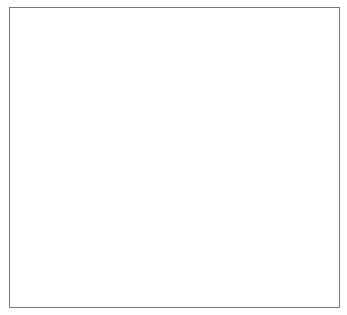
<source format=gm1>
G04 #@! TF.GenerationSoftware,KiCad,Pcbnew,(6.0.8)*
G04 #@! TF.CreationDate,2023-05-10T13:59:01+02:00*
G04 #@! TF.ProjectId,02_Batt_Alim,30325f42-6174-4745-9f41-6c696d2e6b69,rev?*
G04 #@! TF.SameCoordinates,Original*
G04 #@! TF.FileFunction,Profile,NP*
%FSLAX46Y46*%
G04 Gerber Fmt 4.6, Leading zero omitted, Abs format (unit mm)*
G04 Created by KiCad (PCBNEW (6.0.8)) date 2023-05-10 13:59:01*
%MOMM*%
%LPD*%
G01*
G04 APERTURE LIST*
G04 #@! TA.AperFunction,Profile*
%ADD10C,0.050000*%
G04 #@! TD*
G04 APERTURE END LIST*
D10*
X129540000Y-87630000D02*
X101600000Y-87630000D01*
X101600000Y-62230000D02*
X101600000Y-64770000D01*
X101600000Y-62230000D02*
X129540000Y-62230000D01*
X101600000Y-74930000D02*
X101600000Y-87630000D01*
X101600000Y-74930000D02*
X101600000Y-64770000D01*
X129540000Y-62230000D02*
X129540000Y-87630000D01*
M02*

</source>
